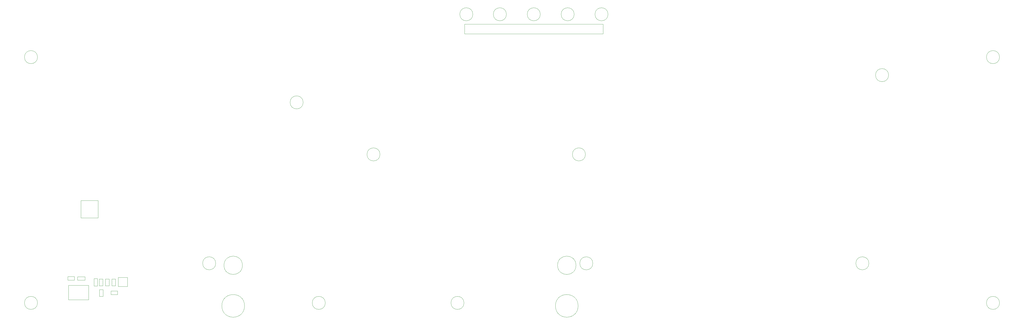
<source format=gbr>
G04 #@! TF.GenerationSoftware,KiCad,Pcbnew,(5.1.5)-2*
G04 #@! TF.CreationDate,2021-01-09T12:48:30+01:00*
G04 #@! TF.ProjectId,VIC20_kbd,56494332-305f-46b6-9264-2e6b69636164,2.0*
G04 #@! TF.SameCoordinates,Original*
G04 #@! TF.FileFunction,Other,User*
%FSLAX46Y46*%
G04 Gerber Fmt 4.6, Leading zero omitted, Abs format (unit mm)*
G04 Created by KiCad (PCBNEW (5.1.5)-2) date 2021-01-09 12:48:30*
%MOMM*%
%LPD*%
G04 APERTURE LIST*
%ADD10C,0.050000*%
G04 APERTURE END LIST*
D10*
X46090000Y-208150000D02*
X43590000Y-208150000D01*
X46090000Y-208150000D02*
X46090000Y-206750000D01*
X43590000Y-206750000D02*
X43590000Y-208150000D01*
X43590000Y-206750000D02*
X46090000Y-206750000D01*
X47230000Y-206850000D02*
X50030000Y-206850000D01*
X47230000Y-206850000D02*
X47230000Y-208150000D01*
X50030000Y-208150000D02*
X50030000Y-206850000D01*
X50030000Y-208150000D02*
X47230000Y-208150000D01*
X54740000Y-207560000D02*
X54740000Y-210360000D01*
X54740000Y-207560000D02*
X53440000Y-207560000D01*
X53440000Y-210360000D02*
X54740000Y-210360000D01*
X53440000Y-210360000D02*
X53440000Y-207560000D01*
X244170000Y-112060000D02*
X192320000Y-112060000D01*
X192320000Y-112060000D02*
X192320000Y-115660000D01*
X192320000Y-115660000D02*
X244170000Y-115660000D01*
X244170000Y-115660000D02*
X244170000Y-112060000D01*
X195410000Y-108340000D02*
G75*
G03X195410000Y-108340000I-2450000J0D01*
G01*
X207990000Y-108340000D02*
G75*
G03X207990000Y-108340000I-2450000J0D01*
G01*
X220690000Y-108340000D02*
G75*
G03X220690000Y-108340000I-2450000J0D01*
G01*
X233390000Y-108340000D02*
G75*
G03X233390000Y-108340000I-2450000J0D01*
G01*
X246070000Y-108340000D02*
G75*
G03X246070000Y-108340000I-2450000J0D01*
G01*
X392770000Y-124420000D02*
G75*
G03X392770000Y-124420000I-2450000J0D01*
G01*
X392770000Y-216680000D02*
G75*
G03X392770000Y-216680000I-2450000J0D01*
G01*
X240370000Y-201830000D02*
G75*
G03X240370000Y-201830000I-2450000J0D01*
G01*
X99060000Y-201820000D02*
G75*
G03X99060000Y-201820000I-2450000J0D01*
G01*
X32290000Y-216680000D02*
G75*
G03X32290000Y-216680000I-2450000J0D01*
G01*
X32290000Y-124420000D02*
G75*
G03X32290000Y-124420000I-2450000J0D01*
G01*
X351200000Y-131180000D02*
G75*
G03X351200000Y-131180000I-2450000J0D01*
G01*
X131830000Y-141410000D02*
G75*
G03X131830000Y-141410000I-2450000J0D01*
G01*
X237610000Y-160940000D02*
G75*
G03X237610000Y-160940000I-2450000J0D01*
G01*
X160630000Y-160940000D02*
G75*
G03X160630000Y-160940000I-2450000J0D01*
G01*
X140130000Y-216680000D02*
G75*
G03X140130000Y-216680000I-2450000J0D01*
G01*
X192100000Y-216680000D02*
G75*
G03X192100000Y-216680000I-2450000J0D01*
G01*
X343820000Y-201820000D02*
G75*
G03X343820000Y-201820000I-2450000J0D01*
G01*
X109060000Y-202570000D02*
G75*
G03X109060000Y-202570000I-3450000J0D01*
G01*
X234060000Y-202570000D02*
G75*
G03X234060000Y-202570000I-3450000J0D01*
G01*
X234860000Y-217800000D02*
G75*
G03X234860000Y-217800000I-4250000J0D01*
G01*
X109860000Y-217800000D02*
G75*
G03X109860000Y-217800000I-4250000J0D01*
G01*
X54970000Y-178240000D02*
X48520000Y-178240000D01*
X54970000Y-184740000D02*
X54970000Y-178240000D01*
X48520000Y-184740000D02*
X54970000Y-184740000D01*
X48520000Y-178240000D02*
X48520000Y-184740000D01*
X66000000Y-210520000D02*
X62500000Y-210520000D01*
X66000000Y-207120000D02*
X66000000Y-210520000D01*
X62500000Y-207120000D02*
X66000000Y-207120000D01*
X62500000Y-210520000D02*
X62500000Y-207120000D01*
X59110000Y-207710000D02*
X59110000Y-210210000D01*
X59110000Y-207710000D02*
X57710000Y-207710000D01*
X57710000Y-210210000D02*
X59110000Y-210210000D01*
X57710000Y-210210000D02*
X57710000Y-207710000D01*
X59780000Y-212170000D02*
X62280000Y-212170000D01*
X59780000Y-212170000D02*
X59780000Y-213570000D01*
X62280000Y-213570000D02*
X62280000Y-212170000D01*
X62280000Y-213570000D02*
X59780000Y-213570000D01*
X60100000Y-210210000D02*
X60100000Y-207710000D01*
X60100000Y-210210000D02*
X61500000Y-210210000D01*
X61500000Y-207710000D02*
X60100000Y-207710000D01*
X61500000Y-207710000D02*
X61500000Y-210210000D01*
X56860000Y-211710000D02*
X56860000Y-214210000D01*
X56860000Y-211710000D02*
X55460000Y-211710000D01*
X55460000Y-214210000D02*
X56860000Y-214210000D01*
X55460000Y-214210000D02*
X55460000Y-211710000D01*
X55370000Y-210250000D02*
X55370000Y-207750000D01*
X55370000Y-210250000D02*
X56770000Y-210250000D01*
X56770000Y-207750000D02*
X55370000Y-207750000D01*
X56770000Y-207750000D02*
X56770000Y-210250000D01*
X51380000Y-210070000D02*
X43920000Y-210070000D01*
X51380000Y-215470000D02*
X43920000Y-215470000D01*
X43920000Y-215470000D02*
X43920000Y-210070000D01*
X51380000Y-215470000D02*
X51380000Y-210070000D01*
M02*

</source>
